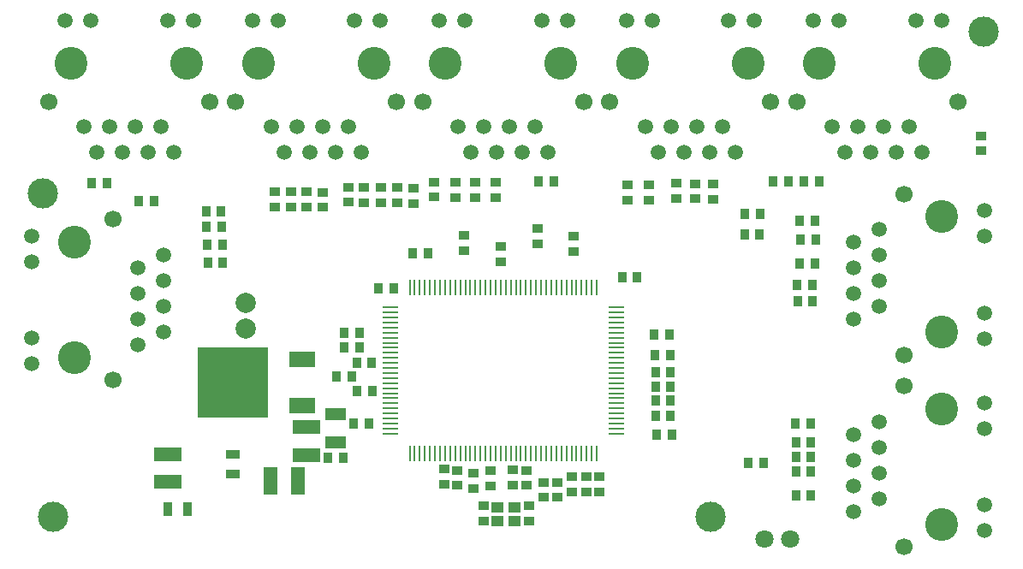
<source format=gts>
G04 #@! TF.FileFunction,Soldermask,Top*
%FSLAX46Y46*%
G04 Gerber Fmt 4.6, Leading zero omitted, Abs format (unit mm)*
G04 Created by KiCad (PCBNEW 4.0.6-e0-6349~53~ubuntu16.04.1) date Wed Aug 23 21:58:44 2017*
%MOMM*%
%LPD*%
G01*
G04 APERTURE LIST*
%ADD10C,0.150000*%
%ADD11R,1.397000X0.889000*%
%ADD12C,3.000000*%
%ADD13R,1.200000X1.100000*%
%ADD14R,0.889000X1.397000*%
%ADD15R,0.280000X1.500000*%
%ADD16R,1.500000X0.280000*%
%ADD17R,2.000000X1.250000*%
%ADD18C,2.000000*%
%ADD19R,2.500000X1.500000*%
%ADD20R,7.000000X7.000000*%
%ADD21C,1.800000*%
%ADD22R,0.899160X1.000760*%
%ADD23R,0.900000X1.000000*%
%ADD24R,1.000760X0.899160*%
%ADD25R,1.000000X0.900000*%
%ADD26R,2.700000X1.350000*%
%ADD27R,1.350000X2.700000*%
%ADD28C,1.500000*%
%ADD29C,3.250000*%
%ADD30C,1.700000*%
G04 APERTURE END LIST*
D10*
D11*
X108750000Y-100797500D03*
X108750000Y-102702500D03*
D12*
X91000000Y-107000000D03*
X90000000Y-75000000D03*
X156000000Y-107000000D03*
X183000000Y-59000000D03*
D13*
X134890000Y-107430000D03*
X136590000Y-107430000D03*
X134890000Y-106030000D03*
X136590000Y-106030000D03*
D14*
X104252500Y-106250000D03*
X102347500Y-106250000D03*
D15*
X144750000Y-84300000D03*
X144250000Y-84300000D03*
X143750000Y-84300000D03*
X143250000Y-84300000D03*
X142750000Y-84300000D03*
X142250000Y-84300000D03*
X141750000Y-84300000D03*
X141250000Y-84300000D03*
X140750000Y-84300000D03*
X140250000Y-84300000D03*
X139750000Y-84300000D03*
X139250000Y-84300000D03*
X138750000Y-84300000D03*
X138250000Y-84300000D03*
X137750000Y-84300000D03*
X137250000Y-84300000D03*
X136750000Y-84300000D03*
X136250000Y-84300000D03*
X135750000Y-84300000D03*
X135250000Y-84300000D03*
X134750000Y-84300000D03*
X134250000Y-84300000D03*
X133750000Y-84300000D03*
X133250000Y-84300000D03*
X132750000Y-84300000D03*
X132250000Y-84300000D03*
X131750000Y-84300000D03*
X131250000Y-84300000D03*
X130750000Y-84300000D03*
X130250000Y-84300000D03*
X129750000Y-84300000D03*
X129250000Y-84300000D03*
X128750000Y-84300000D03*
X128250000Y-84300000D03*
X127750000Y-84300000D03*
X127250000Y-84300000D03*
X126750000Y-84300000D03*
X126250000Y-84300000D03*
D16*
X124300000Y-86250000D03*
X124300000Y-86750000D03*
X124300000Y-87250000D03*
X124300000Y-87750000D03*
X124300000Y-88250000D03*
X124300000Y-88750000D03*
X124300000Y-89250000D03*
X124300000Y-89750000D03*
X124300000Y-90250000D03*
X124300000Y-90750000D03*
X124300000Y-91250000D03*
X124300000Y-91750000D03*
X124300000Y-92250000D03*
X124300000Y-92750000D03*
X124300000Y-93250000D03*
X124300000Y-93750000D03*
X124300000Y-94250000D03*
X124300000Y-94750000D03*
X124300000Y-95250000D03*
X124300000Y-95750000D03*
X124300000Y-96250000D03*
X124300000Y-96750000D03*
X124300000Y-97250000D03*
X124300000Y-97750000D03*
X124300000Y-98250000D03*
X124300000Y-98750000D03*
D15*
X126250000Y-100700000D03*
X126750000Y-100700000D03*
X127250000Y-100700000D03*
X127750000Y-100700000D03*
X128250000Y-100700000D03*
X128750000Y-100700000D03*
X129250000Y-100700000D03*
X129750000Y-100700000D03*
X130250000Y-100700000D03*
X130750000Y-100700000D03*
X131250000Y-100700000D03*
X131750000Y-100700000D03*
X132250000Y-100700000D03*
X132750000Y-100700000D03*
X133250000Y-100700000D03*
X133750000Y-100700000D03*
X134250000Y-100700000D03*
X134750000Y-100700000D03*
X135250000Y-100700000D03*
X135750000Y-100700000D03*
X136250000Y-100700000D03*
X136750000Y-100700000D03*
X137250000Y-100700000D03*
X137750000Y-100700000D03*
X138250000Y-100700000D03*
X138750000Y-100700000D03*
X139250000Y-100700000D03*
X139750000Y-100700000D03*
X140250000Y-100700000D03*
X140750000Y-100700000D03*
X141250000Y-100700000D03*
X141750000Y-100700000D03*
X142250000Y-100700000D03*
X142750000Y-100700000D03*
X143250000Y-100700000D03*
X143750000Y-100700000D03*
X144250000Y-100700000D03*
X144750000Y-100700000D03*
D16*
X146700000Y-98750000D03*
X146700000Y-98250000D03*
X146700000Y-97750000D03*
X146700000Y-97250000D03*
X146700000Y-96750000D03*
X146700000Y-96250000D03*
X146700000Y-95750000D03*
X146700000Y-95250000D03*
X146700000Y-94750000D03*
X146700000Y-94250000D03*
X146700000Y-93750000D03*
X146700000Y-93250000D03*
X146700000Y-92750000D03*
X146700000Y-92250000D03*
X146700000Y-91750000D03*
X146700000Y-91250000D03*
X146700000Y-90750000D03*
X146700000Y-90250000D03*
X146700000Y-89750000D03*
X146700000Y-89250000D03*
X146700000Y-88750000D03*
X146700000Y-88250000D03*
X146700000Y-87750000D03*
X146700000Y-87250000D03*
X146700000Y-86750000D03*
X146700000Y-86250000D03*
D17*
X118900000Y-96825000D03*
X118900000Y-99575000D03*
D18*
X110000000Y-88350000D03*
X110000000Y-85850000D03*
D19*
X115650000Y-96000000D03*
X115650000Y-91400000D03*
D20*
X108800000Y-93700000D03*
D21*
X161340160Y-109200000D03*
X163880160Y-109200000D03*
D22*
X100971840Y-75710000D03*
D23*
X99468160Y-75710000D03*
D22*
X96281840Y-73970000D03*
D23*
X94778160Y-73970000D03*
D24*
X126610000Y-75961840D03*
D25*
X126610000Y-74458160D03*
D22*
X140511840Y-73760000D03*
D23*
X139008160Y-73760000D03*
D24*
X156240000Y-74048160D03*
D25*
X156240000Y-75551840D03*
D22*
X164448160Y-101050000D03*
D23*
X165951840Y-101050000D03*
D24*
X133590000Y-105898160D03*
D25*
X133590000Y-107401840D03*
D24*
X138060000Y-105898160D03*
D25*
X138060000Y-107401840D03*
D22*
X151951840Y-88950000D03*
D23*
X150448160Y-88950000D03*
D24*
X182790000Y-70781840D03*
D25*
X182790000Y-69278160D03*
D22*
X119808160Y-88780000D03*
D23*
X121311840Y-88780000D03*
D22*
X152001840Y-90975000D03*
D23*
X150498160Y-90975000D03*
D22*
X123168160Y-84340000D03*
D23*
X124671840Y-84340000D03*
D22*
X152051840Y-92700000D03*
D23*
X150548160Y-92700000D03*
D22*
X152051840Y-97000000D03*
D23*
X150548160Y-97000000D03*
D24*
X131620000Y-79158160D03*
D25*
X131620000Y-80661840D03*
D24*
X142250000Y-104521840D03*
D25*
X142250000Y-103018160D03*
D24*
X135290000Y-80228160D03*
D25*
X135290000Y-81731840D03*
D24*
X137820000Y-103881840D03*
D25*
X137820000Y-102378160D03*
D24*
X138870000Y-78478160D03*
D25*
X138870000Y-79981840D03*
D24*
X134230000Y-103891840D03*
D25*
X134230000Y-102388160D03*
D24*
X142475000Y-79223160D03*
D25*
X142475000Y-80726840D03*
D24*
X129680000Y-103731840D03*
D25*
X129680000Y-102228160D03*
D22*
X148751840Y-83300000D03*
D23*
X147248160Y-83300000D03*
D22*
X118988160Y-93070000D03*
D23*
X120491840Y-93070000D03*
D22*
X164823160Y-81900000D03*
D23*
X166326840Y-81900000D03*
D22*
X120688160Y-97780000D03*
D23*
X122191840Y-97780000D03*
D22*
X126578160Y-80900000D03*
D23*
X128081840Y-80900000D03*
D22*
X122561840Y-94510000D03*
X121058160Y-94510000D03*
X121311840Y-90210000D03*
X119808160Y-90210000D03*
X150548160Y-94100000D03*
X152051840Y-94100000D03*
X106108160Y-76710000D03*
X107611840Y-76710000D03*
X107671840Y-78310000D03*
X106168160Y-78310000D03*
X106278160Y-81790000D03*
X107781840Y-81790000D03*
X107731840Y-80060000D03*
X106228160Y-80060000D03*
D24*
X117630000Y-74848160D03*
X117630000Y-76351840D03*
X116070000Y-76331840D03*
X116070000Y-74828160D03*
X112900000Y-74828160D03*
X112900000Y-76331840D03*
X114510000Y-76341840D03*
X114510000Y-74838160D03*
X125010000Y-74398160D03*
X125010000Y-75901840D03*
X123410000Y-75901840D03*
X123410000Y-74398160D03*
X120180000Y-74348160D03*
X120180000Y-75851840D03*
X121750000Y-75871840D03*
X121750000Y-74368160D03*
X134760000Y-73888160D03*
X134760000Y-75391840D03*
X132760000Y-75371840D03*
X132760000Y-73868160D03*
X128670000Y-73848160D03*
X128670000Y-75351840D03*
X130770000Y-75371840D03*
X130770000Y-73868160D03*
X154440000Y-74018160D03*
X154440000Y-75521840D03*
X152610000Y-75471840D03*
X152610000Y-73968160D03*
X147830000Y-74128160D03*
X147830000Y-75631840D03*
X149900000Y-75611840D03*
X149900000Y-74108160D03*
D22*
X159348160Y-79050000D03*
X160851840Y-79050000D03*
X160926840Y-76975000D03*
X159423160Y-76975000D03*
X152201840Y-98825000D03*
X150698160Y-98825000D03*
X162198160Y-73750000D03*
X163701840Y-73750000D03*
D24*
X143750000Y-104501840D03*
X143750000Y-102998160D03*
D22*
X166726840Y-73775000D03*
X165223160Y-73775000D03*
D24*
X140830000Y-105071840D03*
X140830000Y-103568160D03*
X145000000Y-104501840D03*
X145000000Y-102998160D03*
X139490000Y-105071840D03*
X139490000Y-103568160D03*
D22*
X120998160Y-91750000D03*
X122501840Y-91750000D03*
D24*
X136450000Y-103821840D03*
X136450000Y-102318160D03*
X132540000Y-104181840D03*
X132540000Y-102678160D03*
X130980000Y-103871840D03*
X130980000Y-102368160D03*
D22*
X164598160Y-85600000D03*
X166101840Y-85600000D03*
X166051840Y-84000000D03*
X164548160Y-84000000D03*
X164798160Y-77650000D03*
X166301840Y-77650000D03*
X166376840Y-79525000D03*
X164873160Y-79525000D03*
X164448160Y-104840000D03*
X165951840Y-104840000D03*
X165951840Y-102500000D03*
X164448160Y-102500000D03*
X164398160Y-97725000D03*
X165901840Y-97725000D03*
X165951840Y-99650000D03*
X164448160Y-99650000D03*
X118158160Y-101130000D03*
X119661840Y-101130000D03*
X152051840Y-95500000D03*
X150548160Y-95500000D03*
X161251840Y-101650000D03*
X159748160Y-101650000D03*
D26*
X102350000Y-100775000D03*
X102350000Y-103525000D03*
D27*
X112485000Y-103460000D03*
X115235000Y-103460000D03*
D26*
X116000000Y-98125000D03*
X116000000Y-100875000D03*
D28*
X183110000Y-108325000D03*
X183110000Y-105785000D03*
X183110000Y-98215000D03*
X183110000Y-95675000D03*
X172650000Y-97560000D03*
X172650000Y-102630000D03*
X172650000Y-100100000D03*
X172650000Y-105170000D03*
X170110000Y-98820000D03*
X170110000Y-103900000D03*
X170110000Y-101360000D03*
D29*
X178867920Y-96285000D03*
X178867920Y-107715000D03*
D30*
X175100000Y-109950000D03*
X175100000Y-94050000D03*
D28*
X170110000Y-106440000D03*
X183110000Y-89325000D03*
X183110000Y-86785000D03*
X183110000Y-79215000D03*
X183110000Y-76675000D03*
X172650000Y-78560000D03*
X172650000Y-83630000D03*
X172650000Y-81100000D03*
X172650000Y-86170000D03*
X170110000Y-79820000D03*
X170110000Y-84900000D03*
X170110000Y-82360000D03*
D29*
X178867920Y-77285000D03*
X178867920Y-88715000D03*
D30*
X175100000Y-90950000D03*
X175100000Y-75050000D03*
D28*
X170110000Y-87440000D03*
X178825000Y-57890000D03*
X176285000Y-57890000D03*
X168715000Y-57890000D03*
X166175000Y-57890000D03*
X168060000Y-68350000D03*
X173130000Y-68350000D03*
X170600000Y-68350000D03*
X175670000Y-68350000D03*
X169320000Y-70890000D03*
X174400000Y-70890000D03*
X171860000Y-70890000D03*
D29*
X166785000Y-62132080D03*
X178215000Y-62132080D03*
D30*
X180450000Y-65900000D03*
X164550000Y-65900000D03*
D28*
X176940000Y-70890000D03*
X160325000Y-57890000D03*
X157785000Y-57890000D03*
X150215000Y-57890000D03*
X147675000Y-57890000D03*
X149560000Y-68350000D03*
X154630000Y-68350000D03*
X152100000Y-68350000D03*
X157170000Y-68350000D03*
X150820000Y-70890000D03*
X155900000Y-70890000D03*
X153360000Y-70890000D03*
D29*
X148285000Y-62132080D03*
X159715000Y-62132080D03*
D30*
X161950000Y-65900000D03*
X146050000Y-65900000D03*
D28*
X158440000Y-70890000D03*
X141825000Y-57890000D03*
X139285000Y-57890000D03*
X131715000Y-57890000D03*
X129175000Y-57890000D03*
X131060000Y-68350000D03*
X136130000Y-68350000D03*
X133600000Y-68350000D03*
X138670000Y-68350000D03*
X132320000Y-70890000D03*
X137400000Y-70890000D03*
X134860000Y-70890000D03*
D29*
X129785000Y-62132080D03*
X141215000Y-62132080D03*
D30*
X143450000Y-65900000D03*
X127550000Y-65900000D03*
D28*
X139940000Y-70890000D03*
X123325000Y-57890000D03*
X120785000Y-57890000D03*
X113215000Y-57890000D03*
X110675000Y-57890000D03*
X112560000Y-68350000D03*
X117630000Y-68350000D03*
X115100000Y-68350000D03*
X120170000Y-68350000D03*
X113820000Y-70890000D03*
X118900000Y-70890000D03*
X116360000Y-70890000D03*
D29*
X111285000Y-62132080D03*
X122715000Y-62132080D03*
D30*
X124950000Y-65900000D03*
X109050000Y-65900000D03*
D28*
X121440000Y-70890000D03*
X104825000Y-57890000D03*
X102285000Y-57890000D03*
X94715000Y-57890000D03*
X92175000Y-57890000D03*
X94060000Y-68350000D03*
X99130000Y-68350000D03*
X96600000Y-68350000D03*
X101670000Y-68350000D03*
X95320000Y-70890000D03*
X100400000Y-70890000D03*
X97860000Y-70890000D03*
D29*
X92785000Y-62132080D03*
X104215000Y-62132080D03*
D30*
X106450000Y-65900000D03*
X90550000Y-65900000D03*
D28*
X102940000Y-70890000D03*
X88890000Y-79175000D03*
X88890000Y-81715000D03*
X88890000Y-89285000D03*
X88890000Y-91825000D03*
X99350000Y-89940000D03*
X99350000Y-84870000D03*
X99350000Y-87400000D03*
X99350000Y-82330000D03*
X101890000Y-88680000D03*
X101890000Y-83600000D03*
X101890000Y-86140000D03*
D29*
X93132080Y-91215000D03*
X93132080Y-79785000D03*
D30*
X96900000Y-77550000D03*
X96900000Y-93450000D03*
D28*
X101890000Y-81060000D03*
M02*

</source>
